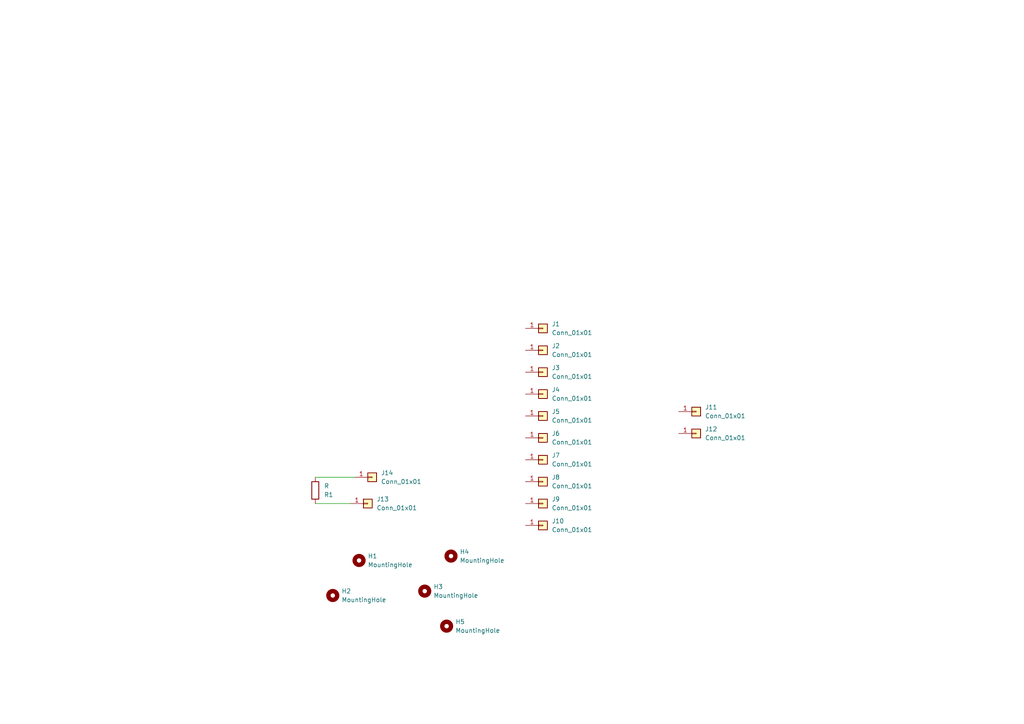
<source format=kicad_sch>
(kicad_sch (version 20231120) (generator "eeschema") (generator_version "8.0")
  (paper "A4")
  (lib_symbols
    (symbol "Connector_Generic:Conn_01x01" (pin_names (offset 1.016) hide)
      (property "Reference" "J" (at 0 2.54 0))
      (property "Value" "Conn_01x01" (at 0 -2.54 0))
      (symbol "Conn_01x01_1_1"
        (rectangle (start -1.27 0.127) (end 0 -0.127) (stroke (width 0.1524)))
        (rectangle (start -1.27 1.27) (end 1.27 -1.27) (stroke (width 0.254)) (fill (type background)))
        (pin passive line (at -5.08 0 0) (length 3.81) (name "Pin_1") (number "1"))
      )
    )
    (symbol "Device:R" (pin_numbers hide) (pin_names (offset 0))
      (property "Reference" "R" (at 2.032 0 90))
      (property "Value" "R" (at 0 0 90))
      (symbol "R_0_1"
        (rectangle (start -1.016 -2.54) (end 1.016 2.54) (stroke (width 0.254)))
      )
      (symbol "R_1_1"
        (pin passive line (at 0 3.81 270) (length 1.27) (name "~") (number "1"))
        (pin passive line (at 0 -3.81 90) (length 1.27) (name "~") (number "2"))
      )
    )
    (symbol "Mechanical:MountingHole" (pin_names (offset 1.016)) (exclude_from_sim yes) (in_bom no)
      (property "Reference" "H" (at 0 5.08 0))
      (property "Value" "MountingHole" (at 0 3.175 0))
      (symbol "MountingHole_0_1"
        (circle (center 0 0) (radius 1.27) (stroke (width 1.27)))
      )
    )
  )
  (wire (pts (xy 91.44 146.05) (xy 101.6 146.05)))
  (wire (pts (xy 91.44 138.43) (xy 102.87 138.43)))
  (symbol (lib_id "Connector_Generic:Conn_01x01") (at 157.48 127 0) (unit 1)
    (property "Reference" "J6" (at 160.02 125.7299 0) (effects (justify left)))
    (property "Value" "Conn_01x01" (at 160.02 128.2699 0) (effects (justify left)))
    (property "Footprint" "Library:MountingHole_metal_pcb" (effects (hide yes)))
    (property "Description" "Generic connector, single row, 01x01, script generated (kicad-library-utils/schlib/autogen/connector/)" (effects (hide yes)))
  )
  (symbol (lib_id "Device:R") (at 91.44 142.24 0) (mirror x) (unit 1)
    (property "Reference" "R1" (at 93.98 143.5101 0) (effects (justify left)))
    (property "Value" "R" (at 93.98 140.9701 0) (effects (justify left)))
    (property "Footprint" "Resistor_SMD:R_0603_1608Metric" (effects (hide yes)))
    (property "Description" "Resistor" (effects (hide yes)))
  )
  (symbol (lib_id "Mechanical:MountingHole") (at 130.81 161.29 0) (unit 1) (exclude_from_sim yes) (in_bom no)
    (property "Reference" "H4" (at 133.35 160.0199 0) (effects (justify left)))
    (property "Value" "MountingHole" (at 133.35 162.5599 0) (effects (justify left)))
    (property "Footprint" "MountingHole:MountingHole_3.2mm_M3" (effects (hide yes)))
    (property "Description" "Mounting Hole without connection" (effects (hide yes)))
  )
  (symbol (lib_id "Connector_Generic:Conn_01x01") (at 157.48 146.05 0) (unit 1)
    (property "Reference" "J9" (at 160.02 144.7799 0) (effects (justify left)))
    (property "Value" "Conn_01x01" (at 160.02 147.3199 0) (effects (justify left)))
    (property "Footprint" "Library:MountingHole_metal_pcb" (effects (hide yes)))
    (property "Description" "Generic connector, single row, 01x01, script generated (kicad-library-utils/schlib/autogen/connector/)" (effects (hide yes)))
  )
  (symbol (lib_id "Connector_Generic:Conn_01x01") (at 201.93 119.38 0) (unit 1)
    (property "Reference" "J11" (at 204.47 118.1099 0) (effects (justify left)))
    (property "Value" "Conn_01x01" (at 204.47 120.6499 0) (effects (justify left)))
    (property "Footprint" "Library:MountingHole_metal_pcb" (effects (hide yes)))
    (property "Description" "Generic connector, single row, 01x01, script generated (kicad-library-utils/schlib/autogen/connector/)" (effects (hide yes)))
  )
  (symbol (lib_id "Connector_Generic:Conn_01x01") (at 157.48 152.4 0) (unit 1)
    (property "Reference" "J10" (at 160.02 151.1299 0) (effects (justify left)))
    (property "Value" "Conn_01x01" (at 160.02 153.6699 0) (effects (justify left)))
    (property "Footprint" "Library:MountingHole_metal_pcb" (effects (hide yes)))
    (property "Description" "Generic connector, single row, 01x01, script generated (kicad-library-utils/schlib/autogen/connector/)" (effects (hide yes)))
  )
  (symbol (lib_id "Connector_Generic:Conn_01x01") (at 157.48 133.35 0) (unit 1)
    (property "Reference" "J7" (at 160.02 132.0799 0) (effects (justify left)))
    (property "Value" "Conn_01x01" (at 160.02 134.6199 0) (effects (justify left)))
    (property "Footprint" "Library:MountingHole_metal_pcb" (effects (hide yes)))
    (property "Description" "Generic connector, single row, 01x01, script generated (kicad-library-utils/schlib/autogen/connector/)" (effects (hide yes)))
  )
  (symbol (lib_id "Connector_Generic:Conn_01x01") (at 157.48 101.6 0) (unit 1)
    (property "Reference" "J2" (at 160.02 100.3299 0) (effects (justify left)))
    (property "Value" "Conn_01x01" (at 160.02 102.8699 0) (effects (justify left)))
    (property "Footprint" "Library:MountingHole_metal_pcb" (effects (hide yes)))
    (property "Description" "Generic connector, single row, 01x01, script generated (kicad-library-utils/schlib/autogen/connector/)" (effects (hide yes)))
  )
  (symbol (lib_id "Connector_Generic:Conn_01x01") (at 157.48 114.3 0) (unit 1)
    (property "Reference" "J4" (at 160.02 113.0299 0) (effects (justify left)))
    (property "Value" "Conn_01x01" (at 160.02 115.5699 0) (effects (justify left)))
    (property "Footprint" "Library:MountingHole_metal_pcb" (effects (hide yes)))
    (property "Description" "Generic connector, single row, 01x01, script generated (kicad-library-utils/schlib/autogen/connector/)" (effects (hide yes)))
  )
  (symbol (lib_id "Connector_Generic:Conn_01x01") (at 107.95 138.43 0) (unit 1)
    (property "Reference" "J14" (at 110.49 137.1599 0) (effects (justify left)))
    (property "Value" "Conn_01x01" (at 110.49 139.6999 0) (effects (justify left)))
    (property "Footprint" "Connector_Wire:SolderWirePad_1x01_SMD_1x2mm" (effects (hide yes)))
    (property "Description" "Generic connector, single row, 01x01, script generated (kicad-library-utils/schlib/autogen/connector/)" (effects (hide yes)))
  )
  (symbol (lib_id "Connector_Generic:Conn_01x01") (at 157.48 107.95 0) (unit 1)
    (property "Reference" "J3" (at 160.02 106.6799 0) (effects (justify left)))
    (property "Value" "Conn_01x01" (at 160.02 109.2199 0) (effects (justify left)))
    (property "Footprint" "Library:MountingHole_metal_pcb" (effects (hide yes)))
    (property "Description" "Generic connector, single row, 01x01, script generated (kicad-library-utils/schlib/autogen/connector/)" (effects (hide yes)))
  )
  (symbol (lib_id "Connector_Generic:Conn_01x01") (at 157.48 139.7 0) (unit 1)
    (property "Reference" "J8" (at 160.02 138.4299 0) (effects (justify left)))
    (property "Value" "Conn_01x01" (at 160.02 140.9699 0) (effects (justify left)))
    (property "Footprint" "Library:MountingHole_metal_pcb" (effects (hide yes)))
    (property "Description" "Generic connector, single row, 01x01, script generated (kicad-library-utils/schlib/autogen/connector/)" (effects (hide yes)))
  )
  (symbol (lib_id "Connector_Generic:Conn_01x01") (at 157.48 120.65 0) (unit 1)
    (property "Reference" "J5" (at 160.02 119.3799 0) (effects (justify left)))
    (property "Value" "Conn_01x01" (at 160.02 121.9199 0) (effects (justify left)))
    (property "Footprint" "Library:MountingHole_metal_pcb" (effects (hide yes)))
    (property "Description" "Generic connector, single row, 01x01, script generated (kicad-library-utils/schlib/autogen/connector/)" (effects (hide yes)))
  )
  (symbol (lib_id "Mechanical:MountingHole") (at 123.19 171.45 0) (unit 1) (exclude_from_sim yes) (in_bom no)
    (property "Reference" "H3" (at 125.73 170.1799 0) (effects (justify left)))
    (property "Value" "MountingHole" (at 125.73 172.7199 0) (effects (justify left)))
    (property "Footprint" "MountingHole:MountingHole_3.2mm_M3" (effects (hide yes)))
    (property "Description" "Mounting Hole without connection" (effects (hide yes)))
  )
  (symbol (lib_id "Mechanical:MountingHole") (at 104.14 162.56 0) (unit 1) (exclude_from_sim yes) (in_bom no)
    (property "Reference" "H1" (at 106.68 161.2899 0) (effects (justify left)))
    (property "Value" "MountingHole" (at 106.68 163.8299 0) (effects (justify left)))
    (property "Footprint" "MountingHole:MountingHole_3.2mm_M3" (effects (hide yes)))
    (property "Description" "Mounting Hole without connection" (effects (hide yes)))
  )
  (symbol (lib_id "Mechanical:MountingHole") (at 129.54 181.61 0) (unit 1) (exclude_from_sim yes) (in_bom no)
    (property "Reference" "H5" (at 132.08 180.3399 0) (effects (justify left)))
    (property "Value" "MountingHole" (at 132.08 182.8799 0) (effects (justify left)))
    (property "Footprint" "MountingHole:MountingHole_3.2mm_M3" (effects (hide yes)))
    (property "Description" "Mounting Hole without connection" (effects (hide yes)))
  )
  (symbol (lib_id "Connector_Generic:Conn_01x01") (at 157.48 95.25 0) (unit 1)
    (property "Reference" "J1" (at 160.02 93.9799 0) (effects (justify left)))
    (property "Value" "Conn_01x01" (at 160.02 96.5199 0) (effects (justify left)))
    (property "Footprint" "Library:MountingHole_metal_pcb" (effects (hide yes)))
    (property "Description" "Generic connector, single row, 01x01, script generated (kicad-library-utils/schlib/autogen/connector/)" (effects (hide yes)))
  )
  (symbol (lib_id "Connector_Generic:Conn_01x01") (at 201.93 125.73 0) (unit 1)
    (property "Reference" "J12" (at 204.47 124.4599 0) (effects (justify left)))
    (property "Value" "Conn_01x01" (at 204.47 126.9999 0) (effects (justify left)))
    (property "Footprint" "Library:MountingHole_metal_pcb" (effects (hide yes)))
    (property "Description" "Generic connector, single row, 01x01, script generated (kicad-library-utils/schlib/autogen/connector/)" (effects (hide yes)))
  )
  (symbol (lib_id "Connector_Generic:Conn_01x01") (at 106.68 146.05 0) (unit 1)
    (property "Reference" "J13" (at 109.22 144.7799 0) (effects (justify left)))
    (property "Value" "Conn_01x01" (at 109.22 147.3199 0) (effects (justify left)))
    (property "Footprint" "Connector_Wire:SolderWirePad_1x01_SMD_1x2mm" (effects (hide yes)))
    (property "Description" "Generic connector, single row, 01x01, script generated (kicad-library-utils/schlib/autogen/connector/)" (effects (hide yes)))
  )
  (symbol (lib_id "Mechanical:MountingHole") (at 96.52 172.72 0) (unit 1) (exclude_from_sim yes) (in_bom no)
    (property "Reference" "H2" (at 99.06 171.4499 0) (effects (justify left)))
    (property "Value" "MountingHole" (at 99.06 173.9899 0) (effects (justify left)))
    (property "Footprint" "MountingHole:MountingHole_3.2mm_M3" (effects (hide yes)))
    (property "Description" "Mounting Hole without connection" (effects (hide yes)))
  )
)
</source>
